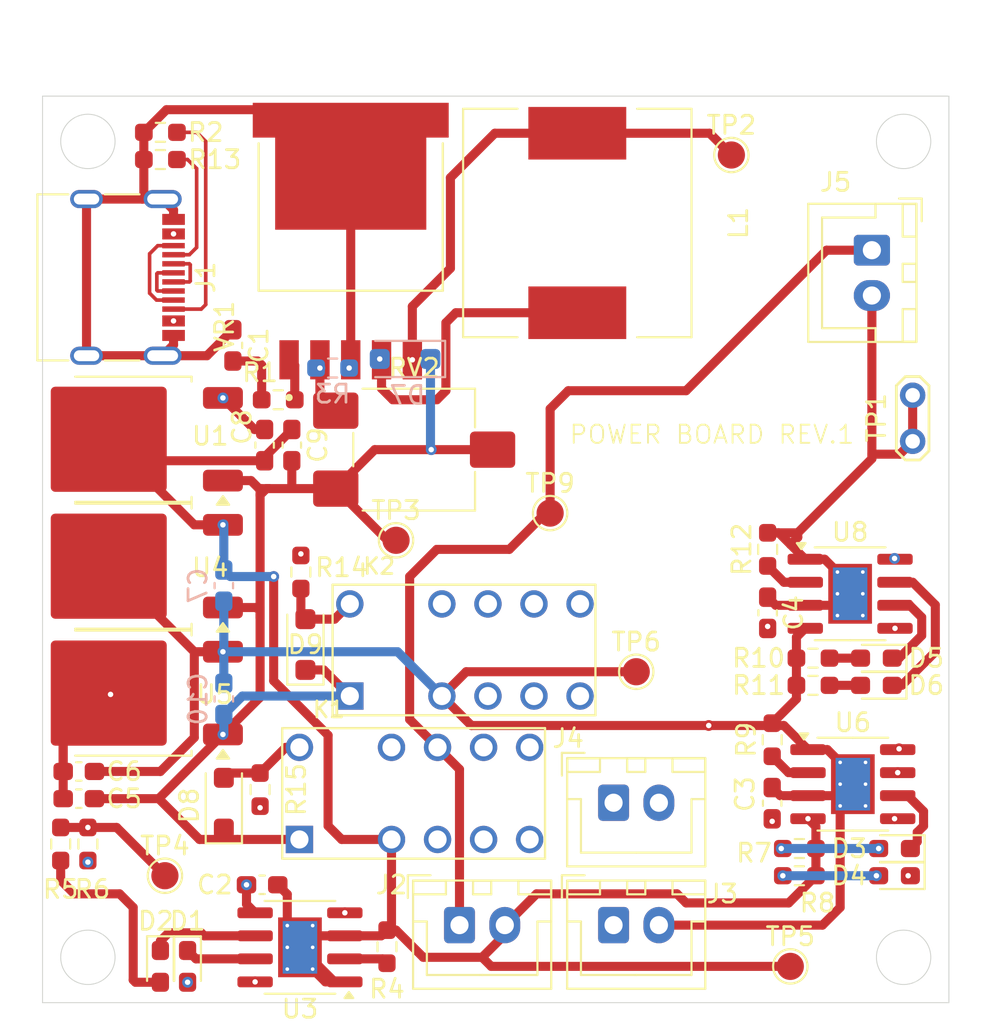
<source format=kicad_pcb>
(kicad_pcb (version 20241229) (generator "pcbnew") (generator_version "9.0")
  (layers (0 "F.Cu" signal) (4 "In1.Cu" signal) (6 "In2.Cu" signal) (2 "B.Cu" signal) (13 "F.Paste" user) (15 "B.Paste" user) (5 "F.SilkS" user "F.Silkscreen") (7 "B.SilkS" user "B.Silkscreen") (1 "F.Mask" user) (3 "B.Mask" user) (25 "Edge.Cuts" user))
  (net 0 "")
  (net 1 "Net-(J1-CC1)")
  (net 2 "Net-(J1-CC2)")
  (net 3 "GND")
  (net 4 "Net-(D2-K)")
  (net 5 "Net-(U3-PROG)")
  (net 6 "Net-(D1-K)")
  (net 7 "Net-(D3-K)")
  (net 8 "Net-(D4-K)")
  (net 9 "Net-(U6-PROG)")
  (net 10 "Net-(D6-K)")
  (net 11 "Net-(D5-K)")
  (net 12 "Net-(U8-PROG)")
  (net 13 "VCC")
  (net 15 "Net-(C1-Pad2)")
  (net 16 "Net-(D1-A)")
  (net 17 "Net-(D2-A)")
  (net 18 "Net-(D3-A)")
  (net 19 "Net-(D4-A)")
  (net 20 "Net-(D5-A)")
  (net 21 "Net-(D6-A)")
  (net 22 "Net-(D7-A)")
  (net 23 "Net-(VR1-VIN)")
  (net 24 "Net-(VR1-COMP)")
  (net 25 "Net-(VR1-FEEDBACK)")
  (net 26 "Net-(U1-OUT)")
  (net 27 "Net-(J1-D+-PadA6)")
  (net 28 "Net-(J1-D--PadA7)")
  (net 30 "VDD")
  (net 35 "Net-(D8-A)")
  (net 36 "Net-(D9-A)")
  (net 37 "Net-(J2-Pin_2)")
  (net 38 "Net-(J2-Pin_1)")
  (net 39 "Net-(J3-Pin_1)")
  (net 40 "Net-(J3-Pin_2)")
  (net 41 "Net-(J4-Pin_1)")
  (footprint "Resistor_SMD:R_0603_1608Metric_Pad0.98x0.95mm_HandSolder" (layer "F.Cu") (at 65.75 121.25 90)
    (property "Reference" "R14")
    (property "Value" "2K2")
  )
  (footprint "Resistor_SMD:R_0603_1608Metric_Pad0.98x0.95mm_HandSolder" (layer "F.Cu") (at 63.5 133.25 -90)
    (property "Reference" "R15")
    (property "Value" "2K2")
  )
  (footprint "1393788-3:TE_1393788-3_model" (layer "F.Cu") (at 65.67 136)
    (property "Reference" "K1")
    (property "Value" "1393788-3")
  )
  (footprint "Capacitor_SMD:C_0603_1608Metric_Pad1.08x0.95mm_HandSolder" (layer "F.Cu") (at 53.5 133.75)
    (property "Reference" "C5")
    (property "Value" "0,1uF")
  )
  (footprint "LED_SMD:LED_0603_1608Metric_Pad1.05x0.95mm_HandSolder" (layer "F.Cu") (at 97.5 127.5 180)
    (property "Reference" "D6")
    (property "Value" "R")
  )
  (footprint "Inductor_SMD:L_12x12mm_H4.5mm_model" (layer "F.Cu") (at 81 102 -90)
    (property "Reference" "L1")
    (property "Value" "100uH")
  )
  (footprint "Resistor_SMD:R_0603_1608Metric_Pad0.98x0.95mm_HandSolder" (layer "F.Cu") (at 94 127.5)
    (property "Reference" "R11")
    (property "Value" "1K2")
  )
  (footprint "1393788-3:TE_1393788-3_model" (layer "F.Cu") (at 68.45 128.09)
    (property "Reference" "K2")
    (property "Value" "1393788-3")
  )
  (footprint "Package_SO:SOIC-8-1EP_3.9x4.9mm_P1.27mm_EP2.41x3.3mm_ThermalVias_model" (layer "F.Cu") (at 96.2 132.95)
    (property "Reference" "U6")
    (property "Value" "TP4056-42-ESOP8")
  )
  (footprint "Diode_SMD:D_SOD-123F" (layer "F.Cu") (at 66 125.25 90)
    (property "Reference" "D9")
    (property "Value" "SL1K")
  )
  (footprint "LED_SMD:LED_0603_1608Metric_Pad1.05x0.95mm_HandSolder" (layer "F.Cu") (at 98.5 138 180)
    (property "Reference" "D4")
    (property "Value" "R")
  )
  (footprint "Connector_JST:JST_XH_B2B-XH-A_1x02_P2.50mm_Vertical" (layer "F.Cu") (at 97.25 103.5 -90)
    (property "Reference" "J5")
    (property "Value" "Conn_01x02_Socket")
  )
  (footprint "Connector_JST:JST_XH_B2B-XH-A_1x02_P2.50mm_Vertical" (layer "F.Cu") (at 83 140.725)
    (property "Reference" "J3")
    (property "Value" "Conn_01x02_Socket")
  )
  (footprint "Capacitor_SMD:C_0603_1608Metric_Pad1.08x0.95mm_HandSolder" (layer "F.Cu") (at 63.75 114.25 -90)
    (property "Reference" "C8")
    (property "Value" "0,1uF")
  )
  (footprint "Capacitor_SMD:C_0603_1608Metric_Pad1.08x0.95mm_HandSolder" (layer "F.Cu") (at 65.25 114.25 -90)
    (property "Reference" "C9")
    (property "Value" "0,1uF")
  )
  (footprint "Resistor_SMD:R_0603_1608Metric_Pad0.98x0.95mm_HandSolder" (layer "F.Cu") (at 91.5 120 90)
    (property "Reference" "R12")
    (property "Value" "1K2")
  )
  (footprint "Resistor_SMD:R_0603_1608Metric_Pad0.98x0.95mm_HandSolder" (layer "F.Cu") (at 58 98.5 180)
    (property "Reference" "R13")
    (property "Value" "5K1")
  )
  (footprint "LED_SMD:LED_0603_1608Metric_Pad1.05x0.95mm_HandSolder" (layer "F.Cu") (at 97.5 126 180)
    (property "Reference" "D5")
    (property "Value" "G")
  )
  (footprint "LED_SMD:LED_0603_1608Metric_Pad1.05x0.95mm_HandSolder" (layer "F.Cu") (at 59.5 143 -90)
    (property "Reference" "D1")
    (property "Value" "R")
  )
  (footprint "Resistor_SMD:R_0603_1608Metric_Pad0.98x0.95mm_HandSolder" (layer "F.Cu") (at 70.5 141.9125 90)
    (property "Reference" "R4")
    (property "Value" "1K2")
  )
  (footprint "Potentiometer_SMD:Potentiometer_ACP_CA6-VSMD_Vertical_model" (layer "F.Cu") (at 72 114.5)
    (property "Reference" "RV2")
    (property "Value" "50K")
  )
  (footprint "Capacitor_SMD:C_0603_1608Metric_Pad1.08x0.95mm_HandSolder" (layer "F.Cu") (at 53.5 132.25 180)
    (property "Reference" "C6")
    (property "Value" "0,1uF")
  )
  (footprint "TestPoint:TestPoint_Pad_D1.5mm" (layer "F.Cu") (at 84.25 126.75)
    (property "Reference" "TP6")
    (property "Value" "TestPoint")
  )
  (footprint "Resistor_SMD:R_0603_1608Metric_Pad0.98x0.95mm_HandSolder" (layer "F.Cu") (at 93.25 136.5 180)
    (property "Reference" "R7")
    (property "Value" "1K2")
  )
  (footprint "TestPoint:TestPoint_Pad_D1.5mm" (layer "F.Cu") (at 71 119.5)
    (property "Reference" "TP3")
    (property "Value" "TestPoint")
  )
  (footprint "Capacitor_SMD:C_0603_1608Metric_Pad1.08x0.95mm_HandSolder" (layer "F.Cu") (at 91.75 134 -90)
    (property "Reference" "C3")
    (property "Value" "10uF")
  )
  (footprint "Package_TO_SOT_SMD:TO-252-2" (layer "F.Cu") (at 56.41 113.9275 180)
    (property "Reference" "U1")
    (property "Value" "L7805")
  )
  (footprint "Connector_JST:JST_XH_B2B-XH-A_1x02_P2.50mm_Vertical" (layer "F.Cu") (at 74.5 140.725)
    (property "Reference" "J2")
    (property "Value" "Conn_01x02_Socket")
  )
  (footprint "Resistor_SMD:R_0603_1608Metric_Pad0.98x0.95mm_HandSolder" (layer "F.Cu") (at 52.5 136.25 -90)
    (property "Reference" "R5")
    (property "Value" "1K2")
  )
  (footprint "Diode_SMD:D_SOD-123F" (layer "F.Cu") (at 61.5 134 90)
    (property "Reference" "D8")
    (property "Value" "SL1K")
  )
  (footprint "TestPoint:TestPoint_Pad_D1.5mm" (layer "F.Cu") (at 58.25 138)
    (property "Reference" "TP4")
    (property "Value" "TestPoint")
  )
  (footprint "Resistor_SMD:R_0603_1608Metric_Pad0.98x0.95mm_HandSolder" (layer "F.Cu") (at 93.25 138 180)
    (property "Reference" "R8")
    (property "Value" "1K2")
  )
  (footprint "TestPoint:TestPoint_Pad_D1.5mm" (layer "F.Cu") (at 92.75 143)
    (property "Reference" "TP5")
    (property "Value" "TestPoint")
  )
  (footprint "TestPoint:TestPoint_Pad_D1.5mm" (layer "F.Cu") (at 79.5 118)
    (property "Reference" "TP9")
    (property "Value" "TestPoint")
  )
  (footprint "TestPoint:TestPoint_Pad_D1.5mm" (layer "F.Cu") (at 89.5 98.25)
    (property "Reference" "TP2")
    (property "Value" "TestPoint")
  )
  (footprint "Resistor_SMD:R_0603_1608Metric_Pad0.98x0.95mm_HandSolder" (layer "F.Cu") (at 58 97 180)
    (property "Reference" "R2")
    (property "Value" "5K1")
  )
  (footprint "LED_SMD:LED_0603_1608Metric_Pad1.05x0.95mm_HandSolder" (layer "F.Cu") (at 58 143 -90)
    (property "Reference" "D2")
    (property "Value" "G")
  )
  (footprint "Package_TO_SOT_SMD:TO-252-2" (layer "F.Cu") (at 56.41 120.9275 180)
    (property "Reference" "U4")
    (property "Value" "L7805")
  )
  (footprint "Capacitor_SMD:C_0603_1608Metric_Pad1.08x0.95mm_HandSolder" (layer "F.Cu") (at 62 108.75 -90)
    (property "Reference" "C1")
    (property "Value" "0,1uF")
  )
  (footprint "Capacitor_SMD:C_0603_1608Metric_Pad1.08x0.95mm_HandSolder" (layer "F.Cu") (at 91.5 123.5 -90)
    (property "Reference" "C4")
    (property "Value" "10uF")
  )
  (footprint "Capacitor_SMD:C_0603_1608Metric_Pad1.08x0.95mm_HandSolder" (layer "F.Cu") (at 63.6125 138.5 180)
    (property "Reference" "C2")
    (property "Value" "10uF")
  )
  (footprint "Resistor_SMD:R_0603_1608Metric_Pad0.98x0.95mm_HandSolder" (layer "F.Cu") (at 54 136.25 -90)
    (property "Reference" "R6")
    (property "Value" "1K2")
  )
  (footprint "Resistor_SMD:R_0603_1608Metric_Pad0.98x0.95mm_HandSolder" (layer "F.Cu") (at 91.75 130.5 90)
    (property "Reference" "R9")
    (property "Value" "1K2")
  )
  (footprint "TestPoint:TestPoint_2Pads_Pitch2.54mm_Drill0.8mm" (layer "F.Cu") (at 99.5 114.04 90)
    (property "Reference" "TP1")
    (property "Value" "TestPoint_2Pole")
  )
  (footprint "Package_SO:SOIC-8-1EP_3.9x4.9mm_P1.27mm_EP2.41x3.3mm_ThermalVias_model" (layer "F.Cu") (at 65.7 141.95 180)
    (property "Reference" "U3")
    (property "Value" "TP4056-42-ESOP8")
  )
  (footprint "Resistor_SMD:R_0603_1608Metric_Pad0.98x0.95mm_HandSolder" (layer "F.Cu") (at 64.5 111.75 180)
    (property "Reference" "R1")
    (property "Value" "2K")
  )
  (footprint "LM2577S-ADJ_NOPB (1):VREG_LM2577S-ADJ_NOPB_model" (layer "F.Cu") (at 68.5 103 90)
    (property "Reference" "VR1")
    (property "Value" "LM2577S-ADJ_NOPB")
  )
  (footprint "Connector_JST:JST_XH_B2B-XH-A_1x02_P2.50mm_Vertical" (layer "F.Cu") (at 83 133.975)
    (property "Reference" "J4")
    (property "Value" "Conn_01x02_Socket")
  )
  (footprint "Package_SO:SOIC-8-1EP_3.9x4.9mm_P1.27mm_EP2.41x3.3mm_ThermalVias_model" (layer "F.Cu") (at 96.05 122.45)
    (property "Reference" "U8")
    (property "Value" "TP4056-42-ESOP8")
  )
  (footprint "Resistor_SMD:R_0603_1608Metric_Pad0.98x0.95mm_HandSolder" (layer "F.Cu") (at 94 126)
    (property "Reference" "R10")
    (property "Value" "1K2")
  )
  (footprint "Package_TO_SOT_SMD:TO-252-2" (layer "F.Cu") (at 56.41 127.9275 180)
    (property "Reference" "U5")
    (property "Value" "L7805")
  )
  (footprint "LED_SMD:LED_0603_1608Metric_Pad1.05x0.95mm_HandSolder" (layer "F.Cu") (at 98.5 136.5 180)
    (property "Reference" "D3")
    (property "Value" "G")
  )
  (footprint "Connector_USB:USB_C_Receptacle_G-Switch_GT-USB-7010ASV_model" (layer "F.Cu") (at 55 105 -90)
    (property "Reference" "J1")
    (property "Value" "USB_C_Receptacle_USB2.0_14P")
  )
  (footprint "Capacitor_SMD:C_0603_1608Metric_Pad1.08x0.95mm_HandSolder" (layer "B.Cu") (at 61.5 122 -90)
    (property "Reference" "C7")
    (property "Value" "0,1uF")
  )
  (footprint "Diode_SMD:D_SOD-123F" (layer "B.Cu") (at 71.5 109.5 180)
    (property "Reference" "D7")
    (property "Value" "1N4148W")
  )
  (footprint "Resistor_SMD:R_0603_1608Metric_Pad0.98x0.95mm_HandSolder" (layer "B.Cu") (at 67.5 110)
    (property "Reference" "R3")
    (property "Value" "820R")
  )
  (footprint "Capacitor_SMD:C_0603_1608Metric_Pad1.08x0.95mm_HandSolder" (layer "B.Cu") (at 61.5 128.25 -90)
    (property "Reference" "C10")
    (property "Value" "0,1uF")
  )
  (gr_circle (center 99 97.5) (end 100.5 97.5) (stroke (width 0.05)) (fill no) (layer "Edge.Cuts"))
  (gr_circle (center 54 97.5) (end 52.5 97.5) (stroke (width 0.05)) (fill no) (layer "Edge.Cuts"))
  (gr_line (start 101.5 95) (end 101.5 145) (stroke (width 0.05)) (layer "Edge.Cuts"))
  (gr_line (start 51.5 145) (end 51.5 95) (stroke (width 0.05)) (layer "Edge.Cuts"))
  (gr_line (start 101.5 145) (end 51.5 145) (stroke (width 0.05)) (layer "Edge.Cuts"))
  (gr_circle (center 99 142.5) (end 100.5 142.5) (stroke (width 0.05)) (fill no) (layer "Edge.Cuts"))
  (gr_circle (center 54 142.5) (end 55.5 142.5) (stroke (width 0.05)) (fill no) (layer "Edge.Cuts"))
  (gr_line (start 51.5 95) (end 101.5 95) (stroke (width 0.05)) (layer "Edge.Cuts"))
  (gr_text "POWER BOARD REV.1" (at 80.5 114.25 0) (layer "F.SilkS") (effects (font (size 1 1) (thickness 0.1)) (justify left bottom)))
  (segment (start 57.403 105.8671) (end 57.7859 106.25) (width 0.2) (layer "F.Cu") (net 0))
  (segment (start 58.725 103.25) (end 57.853 103.25) (width 0.2) (layer "F.Cu") (net 0))
  (segment (start 57.403 103.7) (end 57.403 105.8671) (width 0.2) (layer "F.Cu") (net 0))
  (segment (start 57.853 103.25) (end 57.403 103.7) (width 0.2) (layer "F.Cu") (net 0))
  (segment (start 57.7859 106.25) (end 58.725 106.25) (width 0.2) (layer "F.Cu") (net 0))
  (segment (start 59.597 103.75) (end 58.725 103.75) (width 0.2) (layer "F.Cu") (net 1))
  (segment (start 60 103.347) (end 59.597 103.75) (width 0.2) (layer "F.Cu") (net 1))
  (segment (start 58.9125 98.5) (end 59.5 98.5) (width 0.2) (layer "F.Cu") (net 1))
  (segment (start 60 99) (end 60 103.347) (width 0.2) (layer "F.Cu") (net 1))
  (segment (start 59.5 98.5) (end 60 99) (width 0.2) (layer "F.Cu") (net 1))
  (segment (start 60.5 97.5) (end 60 97) (width 0.2) (layer "F.Cu") (net 2))
  (segment (start 60.5 106.5) (end 60.5 97.5) (width 0.2) (layer "F.Cu") (net 2))
  (segment (start 58.725 106.75) (end 60.25 106.75) (width 0.2) (layer "F.Cu") (net 2))
  (segment (start 60 97) (end 58.9125 97) (width 0.2) (layer "F.Cu") (net 2))
  (segment (start 60.25 106.75) (end 60.5 106.5) (width 0.2) (layer "F.Cu") (net 2))
  (segment (start 64.751 95.751) (end 67.6 98.6) (width 0.5) (layer "F.Cu") (net 3))
  (segment (start 99.5 111.5) (end 99.5 114.04) (width 0.5) (layer "F.Cu") (net 3))
  (segment (start 58.125 109.32) (end 53.925 109.32) (width 0.5) (layer "F.Cu") (net 3))
  (segment (start 57.0875 98.5) (end 57.0875 100.5925) (width 0.5) (layer "F.Cu") (net 3))
  (segment (start 58.125 109.32) (end 60.5675 109.32) (width 0.5) (layer "F.Cu") (net 3))
  (segment (start 92.765 119.735) (end 93.1625 119.3375) (width 0.5) (layer "F.Cu") (net 3))
  (segment (start 93.575 120.545) (end 94.645 120.545) (width 0.5) (layer "F.Cu") (net 3))
  (segment (start 55.1775 127.9275) (end 55.25 128) (width 0.5) (layer "F.Cu") (net 3))
  (segment (start 52.6375 133.75) (end 52.6375 130.44) (width 0.5) (layer "F.Cu") (net 3))
  (segment (start 92.765 119.735) (end 93.575 120.545) (width 0.5) (layer "F.Cu") (net 3))
  (segment (start 58.725 101.28) (end 58.125 100.68) (width 0.5) (layer "F.Cu") (net 3))
  (segment (start 98.79 114.75) (end 99.5 114.04) (width 0.5) (layer "F.Cu") (net 3))
  (segment (start 57 100.68) (end 53.925 100.68) (width 0.5) (layer "F.Cu") (net 3))
  (segment (start 58.725 108.72) (end 58.125 109.32) (width 0.5) (layer "F.Cu") (net 3))
  (segment (start 92.1175 119.0875) (end 92.765 119.735) (width 0.5) (layer "F.Cu") (net 3))
  (segment (start 97.25 106) (end 97.25 114.75) (width 0.5) (layer "F.Cu") (net 3))
  (segment (start 94.645 120.545) (end 95.35 121.25) (width 0.5) (layer "F.Cu") (net 3))
  (segment (start 58.125 100.68) (end 57 100.68) (width 0.5) (layer "F.Cu") (net 3))
  (segment (start 97.25 114.75) (end 98.79 114.75) (width 0.5) (layer "F.Cu") (net 3))
  (segment (start 57.0875 97) (end 58.3365 95.751) (width 0.5) (layer "F.Cu") (net 3))
  (segment (start 97.25 114.75) (end 97.25 115) (width 0.5) (layer "F.Cu") (net 3))
  (segment (start 68.4125 110) (end 68.4125 109.6325) (width 0.5) (layer "F.Cu") (net 3))
  (segment (start 93.1625 119.3375) (end 93.1625 119.0875) (width 0.5) (layer "F.Cu") (net 3))
  (segment (start 58.725 101.8) (end 58.725 101.28) (width 0.5) (layer "F.Cu") (net 3))
  (segment (start 57.0875 98.5) (end 57.0875 97) (width 0.5) (layer "F.Cu") (net 3))
  (segment (start 93.575 123.085) (end 95.415 123.085) (width 0.5) (layer "F.Cu") (net 3))
  (segment (start 53.925 109.32) (end 53.925 100.68) (width 0.5) (layer "F.Cu") (net 3))
  (segment (start 97.25 115) (end 93.1625 119.0875) (width 0.5) (layer "F.Cu") (net 3))
  (segment (start 63.5 134.1625) (end 63.5 134.25) (width 0.5) (layer "F.Cu") (net 3))
  (segment (start 95.415 123.085) (end 96.05 122.45) (width 0.5) (layer "F.Cu") (net 3))
  (segment (start 65.75 120.3375) (end 65.75 120.25) (width 0.5) (layer "F.Cu") (net 3))
  (segment (start 52.6375 130.44) (end 55.15 127.9275) (width 0.5) (layer "F.Cu") (net 3))
  (segment (start 93.575 123.085) (end 91.9475 123.085) (width 0.5) (layer "F.Cu") (net 3))
  (segment (start 68.5 109.545) (end 68.5 99.5) (width 0.5) (layer "F.Cu") (net 3))
  (segment (start 68.4125 109.6325) (end 68.5 109.545) (width 0.5) (layer "F.Cu") (net 3))
  (segment (start 68.5 99.5) (end 67.6 98.6) (width 0.5) (layer "F.Cu") (net 3))
  (segment (start 57.0875 100.5925) (end 57 100.68) (width 0.5) (layer "F.Cu") (net 3))
  (segment (start 52.6375 132.25) (end 52.6375 130.44) (width 0.5) (layer "F.Cu") (net 3))
  (segment (start 58.725 108.2) (end 58.725 108.72) (width 0.5) (layer "F.Cu") (net 3))
  (segment (start 58.3365 95.751) (end 64.751 95.751) (width 0.5) (layer "F.Cu") (net 3))
  (segment (start 55.15 127.9275) (end 55.1775 127.9275) (width 0.5) (layer "F.Cu") (net 3))
  (segment (start 60.5675 109.32) (end 62 107.8875) (width 0.5) (layer "F.Cu") (net 3))
  (segment (start 91.5 119.0875) (end 92.1175 119.0875) (width 0.5) (layer "F.Cu") (net 3))
  (segment (start 91.9475 123.085) (end 91.5 122.6375) (width 0.5) (layer "F.Cu") (net 3))
  (segment (start 93.1625 119.0875) (end 91.5 119.0875) (width 0.5) (layer "F.Cu") (net 3))
  (via blind (at 55.25 128) (size 0.6) (drill 0.3) (layers "F.Cu" "In2.Cu") (net 3))
  (via blind (at 65.75 120.25) (size 0.6) (drill 0.3) (layers "F.Cu" "In2.Cu") (net 3))
  (via (at 68.4125 110) (size 0.6) (drill 0.3) (layers "F.Cu" "B.Cu") (net 3))
  (via blind (at 63.5 134.25) (size 0.6) (drill 0.3) (layers "F.Cu" "In2.Cu") (net 3))
  (segment (start 58 142.125) (end 58 141.6) (width 0.5) (layer "F.Cu") (net 4))
  (segment (start 60.25 141.149) (end 60.416 141.315) (width 0.5) (layer "F.Cu") (net 4))
  (segment (start 60.416 141.315) (end 63.225 141.315) (width 0.5) (layer "F.Cu") (net 4))
  (segment (start 58.451 141.149) (end 60.25 141.149) (width 0.5) (layer "F.Cu") (net 4))
  (segment (start 58 141.6) (end 58.451 141.149) (width 0.5) (layer "F.Cu") (net 4))
  (segment (start 70.26 142.585) (end 70.5 142.825) (width 0.5) (layer "F.Cu") (net 5))
  (segment (start 68.175 142.585) (end 70.26 142.585) (width 0.5) (layer "F.Cu") (net 5))
  (segment (start 63.225 142.585) (end 59.96 142.585) (width 0.5) (layer "F.Cu") (net 6))
  (segment (start 59.96 142.585) (end 59.5 142.125) (width 0.5) (layer "F.Cu") (net 6))
  (segment (start 99.75 135.606) (end 99.7531 135.606) (width 0.5) (layer "F.Cu") (net 7))
  (segment (start 100.101 134.4519) (end 99.2341 133.585) (width 0.5) (layer "F.Cu") (net 7))
  (segment (start 99.75 136.125) (end 99.75 135.606) (width 0.5) (layer "F.Cu") (net 7))
  (segment (start 99.7531 135.606) (end 100.101 135.2581) (width 0.5) (layer "F.Cu") (net 7))
  (segment (start 99.375 136.5) (end 99.75 136.125) (width 0.5) (layer "F.Cu") (net 7))
  (segment (start 100.101 135.2581) (end 100.101 134.4519) (width 0.5) (layer "F.Cu") (net 7))
  (segment (start 99.2341 133.585) (end 98.675 133.585) (width 0.5) (layer "F.Cu") (net 7))
  (segment (start 99.375 138) (end 99.25 138) (width 0.5) (layer "F.Cu") (net 8))
  (via blind (at 99.25 138) (size 0.6) (drill 0.3) (layers "F.Cu" "In1.Cu") (net 8))
  (via blind (at 98.675 132.315) (size 0.6) (drill 0.3) (layers "F.Cu" "In1.Cu") (net 8))
  (segment (start 92.6525 132.315) (end 93.725 132.315) (width 0.5) (layer "F.Cu") (net 9))
  (segment (start 91.75 131.4125) (end 92.6525 132.315) (width 0.5) (layer "F.Cu") (net 9))
  (segment (start 100.75 123.065001) (end 99.499999 121.815) (width 0.5) (layer "F.Cu") (net 10))
  (segment (start 100.75 125.65) (end 100.75 123.065001) (width 0.5) (layer "F.Cu") (net 10))
  (segment (start 99.499999 121.815) (end 98.525 121.815) (width 0.5) (layer "F.Cu") (net 10))
  (segment (start 98.375 127.5) (end 98.9 127.5) (width 0.5) (layer "F.Cu") (net 10))
  (segment (start 98.9 127.5) (end 100.75 125.65) (width 0.5) (layer "F.Cu") (net 10))
  (segment (start 99.335 123.085) (end 100 123.75) (width 0.5) (layer "F.Cu") (net 11))
  (segment (start 98.525 123.085) (end 99.335 123.085) (width 0.5) (layer "F.Cu") (net 11))
  (segment (start 98.75 126) (end 98.375 126) (width 0.5) (layer "F.Cu") (net 11))
  (segment (start 100 123.75) (end 100 124.75) (width 0.5) (layer "F.Cu") (net 11))
  (segment (start 100 124.75) (end 98.75 126) (width 0.5) (layer "F.Cu") (net 11))
  (segment (start 92.4025 121.815) (end 91.5 120.9125) (width 0.5) (layer "F.Cu") (net 12))
  (segment (start 93.575 121.815) (end 92.4025 121.815) (width 0.5) (layer "F.Cu") (net 12))
  (segment (start 61.5 136) (end 61.625 135.875) (width 0.5) (layer "F.Cu") (net 13))
  (segment (start 63.5 123.25) (end 63.335 123.25) (width 0.5) (layer "F.Cu") (net 13))
  (segment (start 70.525 119.5) (end 67.675 116.65) (width 0.5) (layer "F.Cu") (net 13))
  (segment (start 61 136) (end 60.1575 136) (width 0.5) (layer "F.Cu") (net 13))
  (segment (start 61.5 135.4) (end 61.5 135.75) (width 0.5) (layer "F.Cu") (net 13))
  (segment (start 63.2925 123.2075) (end 61.45 123.2075) (width 0.5) (layer "F.Cu") (net 13))
  (segment (start 63.5575 116.65) (end 64 116.65) (width 0.5) (layer "F.Cu") (net 13))
  (segment (start 64 116.65) (end 65.25 116.65) (width 0.5) (layer "F.Cu") (net 13))
  (segment (start 67.01 126.65) (end 68.45 128.09) (width 0.5) (layer "F.Cu") (net 13))
  (segment (start 61.5 135.75) (end 61.75 136) (width 0.5) (layer "F.Cu") (net 13))
  (segment (start 62.25 136) (end 61.75 136) (width 0.5) (layer "F.Cu") (net 13))
  (segment (start 64 116.65) (end 63.85 116.65) (width 0.5) (layer "F.Cu") (net 13))
  (segment (start 76.325 114.5) (end 72.940915 114.5) (width 0.5) (layer "F.Cu") (net 13))
  (segment (start 54.3625 133.75) (end 57.9075 133.75) (width 0.5) (layer "F.Cu") (net 13))
  (segment (start 66 126.65) (end 67.01 126.65) (width 0.5) (layer "F.Cu") (net 13))
  (segment (start 63.5 123.75) (end 63.5 123.25) (width 0.5) (layer "F.Cu") (net 13))
  (segment (start 63.45375 128.20375) (end 63.5 128.1575) (width 0.5) (layer "F.Cu") (net 13))
  (segment (start 63.5 117) (end 63.5 116.7075) (width 0.5) (layer "F.Cu") (net 13))
  (segment (start 61.75 136) (end 61 136) (width 0.5) (layer "F.Cu") (net 13))
  (segment (start 63 116.2075) (end 61.45 116.2075) (width 0.5) (layer "F.Cu") (net 13))
  (segment (start 72.940915 114.5) (end 69.825 114.5) (width 0.5) (layer "F.Cu") (net 13))
  (segment (start 63.5 123.75) (end 63.5 117) (width 0.5) (layer "F.Cu") (net 13))
  (segment (start 61.5 135.4) (end 61.625 135.525) (width 0.5) (layer "F.Cu") (net 13))
  (segment (start 71 119.5) (end 70.525 119.5) (width 0.5) (layer "F.Cu") (net 13))
  (segment (start 65.25 115.1125) (end 65.25 116.65) (width 0.5) (layer "F.Cu") (net 13))
  (segment (start 61.45 130.2075) (end 63.45375 128.20375) (width 0.5) (layer "F.Cu") (net 13))
  (segment (start 60.1575 136) (end 57.9075 133.75) (width 0.5) (layer "F.Cu") (net 13))
  (segment (start 69.825 114.5) (end 67.675 116.65) (width 0.5) (layer "F.Cu") (net 13))
  (segment (start 61.625 135.525) (end 61.625 135.875) (width 0.5) (layer "F.Cu") (net 13))
  (segment (start 63.5 116.7075) (end 63 116.2075) (width 0.5) (layer "F.Cu") (net 13))
  (segment (start 63.5 128.1575) (end 63.5 123.75) (width 0.5) (layer "F.Cu") (net 13))
  (segment (start 63.335 123.25) (end 63.2925 123.2075) (width 0.5) (layer "F.Cu") (net 13))
  (segment (start 61 136) (end 61.5 136) (width 0.5) (layer "F.Cu") (net 13))
  (segment (start 63.85 116.65) (end 63.5 117) (width 0.5) (layer "F.Cu") (net 13))
  (segment (start 63.5 116.7075) (end 63.5575 116.65) (width 0.5) (layer "F.Cu") (net 13))
  (segment (start 65.67 136) (end 62.25 136) (width 0.5) (layer "F.Cu") (net 13))
  (segment (start 65.25 116.65) (end 67.675 116.65) (width 0.5) (layer "F.Cu") (net 13))
  (segment (start 57.9075 133.75) (end 61.45 130.2075) (width 0.5) (layer "F.Cu") (net 13))
  (via blind (at 72.940915 114.5) (size 0.6) (drill 0.3) (layers "F.Cu" "B.Cu") (net 13))
  (via (at 61.45 130.2075) (size 0.6) (drill 0.3) (layers "F.Cu" "B.Cu") (net 13))
  (segment (start 68.45 128.09) (end 62.5225 128.09) (width 0.5) (layer "B.Cu") (net 13))
  (segment (start 61.5 129.1125) (end 61.5 130.1575) (width 0.5) (layer "B.Cu") (net 13))
  (segment (start 62.5225 128.09) (end 61.5 129.1125) (width 0.5) (layer "B.Cu") (net 13))
  (segment (start 72.9 114.459085) (end 72.940915 114.5) (width 0.5) (layer "B.Cu") (net 13))
  (segment (start 61.5 130.1575) (end 61.45 130.2075) (width 0.5) (layer "B.Cu") (net 13))
  (segment (start 72.9 109.5) (end 72.9 114.459085) (width 0.5) (layer "B.Cu") (net 13))
  (segment (start 63.5875 111.75) (end 63.5875 109.8375) (width 0.5) (layer "F.Cu") (net 15))
  (segment (start 63.5875 109.8375) (end 63.3625 109.6125) (width 0.5) (layer "F.Cu") (net 15))
  (segment (start 63.3625 109.6125) (end 62 109.6125) (width 0.5) (layer "F.Cu") (net 15))
  (segment (start 54 137.1625) (end 54 137.25) (width 0.5) (layer "F.Cu") (net 16))
  (via (at 54 137.25) (size 0.6) (drill 0.3) (layers "F.Cu" "B.Cu") (net 16))
  (via (at 59.5 143.875) (size 0.6) (drill 0.3) (layers "F.Cu" "B.Cu") (net 16))
  (segment (start 55.75 139) (end 56.5 139.75) (width 0.5) (layer "F.Cu") (net 17))
  (segment (start 52.5 138.25) (end 53.25 139) (width 0.5) (layer "F.Cu") (net 17))
  (segment (start 56.5 139.75) (end 56.5 143.75) (width 0.5) (layer "F.Cu") (net 17))
  (segment (start 56.5 143.75) (end 56.625 143.875) (width 0.5) (layer "F.Cu") (net 17))
  (segment (start 53.25 139) (end 55.75 139) (width 0.5) (layer "F.Cu") (net 17))
  (segment (start 52.5 137.1625) (end 52.5 138.25) (width 0.5) (layer "F.Cu") (net 17))
  (segment (start 56.625 143.875) (end 58 143.875) (width 0.5) (layer "F.Cu") (net 17))
  (segment (start 92.3375 136.5) (end 92.25 136.5) (width 0.5) (layer "F.Cu") (net 18))
  (via blind (at 97.625 136.5) (size 0.6) (drill 0.3) (layers "F.Cu" "B.Cu") (net 18))
  (via blind (at 92.25 136.5) (size 0.6) (drill 0.3) (layers "F.Cu" "B.Cu") (net 18))
  (segment (start 92.25 136.5) (end 97.625 136.5) (width 0.5) (layer "B.Cu") (net 18))
  (segment (start 97.625 138) (end 97.5 138) (width 0.5) (layer "F.Cu") (net 19))
  (via blind (at 97.5 138) (size 0.6) (drill 0.3) (layers "F.Cu" "B.Cu") (net 19))
  (via blind (at 92.3375 138) (size 0.6) (drill 0.3) (layers "F.Cu" "B.Cu") (net 19))
  (segment (start 97.5 138) (end 92.3375 138) (width 0.5) (layer "B.Cu") (net 19))
  (segment (start 96.625 126) (end 94.9125 126) (width 0.5) (layer "F.Cu") (net 20))
  (segment (start 96.625 127.5) (end 94.9125 127.5) (width 0.5) (layer "F.Cu") (net 21))
  (segment (start 70.825 111.75) (end 70.2 111.125) (width 0.5) (layer "F.Cu") (net 22))
  (segment (start 73.75 107.5) (end 73.75 111.25) (width 0.5) (layer "F.Cu") (net 22))
  (segment (start 74.3 106.95) (end 73.75 107.5) (width 0.5) (layer "F.Cu") (net 22))
  (segment (start 73.25 111.75) (end 70.825 111.75) (width 0.5) (layer "F.Cu") (net 22))
  (segment (start 70.2 111.125) (end 70.2 109.545) (width 0.5) (layer "F.Cu") (net 22))
  (segment (start 73.75 111.25) (end 73.25 111.75) (width 0.5) (layer "F.Cu") (net 22))
  (segment (start 81 106.95) (end 74.3 106.95) (width 0.5) (layer "F.Cu") (net 22))
  (via (at 70.1 109.5) (size 0.6) (drill 0.3) (layers "F.Cu" "B.Cu") (net 22))
  (segment (start 81 97.05) (end 88.3 97.05) (width 0.5) (layer "F.Cu") (net 23))
  (segment (start 76.45 97.05) (end 74 99.5) (width 0.5) (layer "F.Cu") (net 23))
  (segment (start 71.9 106.6) (end 71.9 109.545) (width 0.5) (layer "F.Cu") (net 23))
  (segment (start 74 99.5) (end 74 104.5) (width 0.5) (layer "F.Cu") (net 23))
  (segment (start 81 97.05) (end 76.45 97.05) (width 0.5) (layer "F.Cu") (net 23))
  (segment (start 88.3 97.05) (end 89.5 98.25) (width 0.5) (layer "F.Cu") (net 23))
  (segment (start 74 104.5) (end 71.9 106.6) (width 0.5) (layer "F.Cu") (net 23))
  (via blind (at 71.9 109.545) (size 0.6) (drill 0.3) (layers "F.Cu" "In1.Cu") (net 23))
  (via blind (at 58.725 107.4) (size 0.6) (drill 0.3) (layers "F.Cu" "In1.Cu") (net 23))
  (via blind (at 58.725 102.6) (size 0.6) (drill 0.3) (layers "F.Cu" "In1.Cu") (net 23))
  (segment (start 65.4125 109.8575) (end 65.1 109.545) (width 0.5) (layer "F.Cu") (net 24))
  (segment (start 65.4125 111.75) (end 65.4125 109.8575) (width 0.5) (layer "F.Cu") (net 24))
  (segment (start 66.8 111.475) (end 66.8 110) (width 0.5) (layer "F.Cu") (net 25))
  (segment (start 66.8 110) (end 66.8 109.545) (width 0.5) (layer "F.Cu") (net 25))
  (segment (start 67.675 112.35) (end 66.8 111.475) (width 0.5) (layer "F.Cu") (net 25))
  (via (at 66.8 110) (size 0.6) (drill 0.3) (layers "F.Cu" "B.Cu") (net 25))
  (segment (start 66.5875 110) (end 66.8 110) (width 0.5) (layer "B.Cu") (net 25))
  (segment (start 54 135.3375) (end 52.5 135.3375) (width 0.5) (layer "F.Cu") (net 26))
  (segment (start 63.19 113.3875) (end 61.45 111.6475) (width 0.5) (layer "F.Cu") (net 26))
  (segment (start 63.75 113.3875) (end 63.19 113.3875) (width 0.5) (layer "F.Cu") (net 26))
  (segment (start 55.5875 135.3375) (end 54 135.3375) (width 0.5) (layer "F.Cu") (net 26))
  (segment (start 58.25 138) (end 55.5875 135.3375) (width 0.5) (layer "F.Cu") (net 26))
  (via blind (at 63.225 143.855) (size 0.6) (drill 0.3) (layers "F.Cu" "In1.Cu") (net 26))
  (via (at 61.45 111.6475) (size 0.6) (drill 0.3) (layers "F.Cu" "B.Cu") (net 26))
  (via blind (at 54 135.3375) (size 0.6) (drill 0.3) (layers "F.Cu" "In1.Cu") (net 26))
  (via blind (at 68.175 140.045) (size 0.6) (drill 0.3) (layers "F.Cu" "In1.Cu") (net 26))
  (segment (start 61.5 111.6975) (end 61.45 111.6475) (width 0.5) (layer "B.Cu") (net 26))
  (segment (start 58.725 104.75) (end 57.853 104.75) (width 0.2) (layer "F.Cu") (net 27))
  (segment (start 57.853 105.75) (end 58.725 105.75) (width 0.2) (layer "F.Cu") (net 27))
  (segment (start 57.804 105.701) (end 57.853 105.75) (width 0.2) (layer "F.Cu") (net 27))
  (segment (start 57.804 104.799) (end 57.804 105.701) (width 0.2) (layer "F.Cu") (net 27))
  (segment (start 57.853 104.75) (end 57.804 104.799) (width 0.2) (layer "F.Cu") (net 27))
  (segment (start 59.646 104.299) (end 59.646 105.201) (width 0.2) (layer "F.Cu") (net 28))
  (segment (start 59.597 104.25) (end 59.646 104.299) (width 0.2) (layer "F.Cu") (net 28))
  (segment (start 59.597 105.25) (end 58.725 105.25) (width 0.2) (layer "F.Cu") (net 28))
  (segment (start 58.725 104.25) (end 59.597 104.25) (width 0.2) (layer "F.Cu") (net 28))
  (segment (start 59.646 105.201) (end 59.597 105.25) (width 0.2) (layer "F.Cu") (net 28))
  (segment (start 64.9175 130.92) (end 63.5 132.3375) (width 0.5) (layer "F.Cu") (net 35))
  (segment (start 61.7625 132.3375) (end 61.5 132.6) (width 0.5) (layer "F.Cu") (net 35))
  (segment (start 63.5 132.3375) (end 61.7625 132.3375) (width 0.5) (layer "F.Cu") (net 35))
  (segment (start 65.67 130.92) (end 64.9175 130.92) (width 0.5) (layer "F.Cu") (net 35))
  (segment (start 67.61 123.85) (end 68.45 123.01) (width 0.5) (layer "F.Cu") (net 36))
  (segment (start 65.75 122.1625) (end 65.75 123.6) (width 0.5) (layer "F.Cu") (net 36))
  (segment (start 66 123.85) (end 67.61 123.85) (width 0.5) (layer "F.Cu") (net 36))
  (segment (start 65.75 123.6) (end 66 123.85) (width 0.5) (layer "F.Cu") (net 36))
  (segment (start 65 139.025) (end 65 140.75) (width 0.5) (layer "F.Cu") (net 37))
  (segment (start 94.1625 136.5) (end 94.1625 138) (width 0.5) (layer "F.Cu") (net 37))
  (segment (start 98.675 131.045) (end 98.705 131.045) (width 0.5) (layer "F.Cu") (net 37))
  (segment (start 94.1625 136.5) (end 94.1625 135.2925) (width 0.5) (layer "F.Cu") (net 37))
  (segment (start 77.025 140.725) (end 78.75 139) (width 0.5) (layer "F.Cu") (net 37))
  (segment (start 66.335 141.315) (end 65.7 141.95) (width 0.5) (layer "F.Cu") (net 37))
  (segment (start 68.175 143.855) (end 67.105 143.855) (width 0.5) (layer "F.Cu") (net 37))
  (segment (start 59.87 118.6475) (end 55.15 113.9275) (width 0.5) (layer "F.Cu") (net 37))
  (segment (start 68.175 143.855) (end 67.605 143.855) (width 0.5) (layer "F.Cu") (net 37))
  (segment (start 68.175 141.315) (end 70.185 141.315) (width 0.5) (layer "F.Cu") (net 37))
  (segment (start 76.25 143) (end 75.75 142.5) (width 0.5) (layer "F.Cu") (net 37))
  (segment (start 67.605 143.855) (end 65.7 141.95) (width 0.5) (layer "F.Cu") (net 37))
  (segment (start 70.75 136) (end 70.75 140.75) (width 0.5) (layer "F.Cu") (net 37))
  (segment (start 72.5 142.5) (end 75.75 142.5) (width 0.5) (layer "F.Cu") (net 37))
  (segment (start 67.25 135.25) (end 68 136) (width 0.5) (layer "F.Cu") (net 37))
  (segment (start 68.175 141.315) (end 66.335 141.315) (width 0.5) (layer "F.Cu") (net 37))
  (segment (start 64.25 127.25) (end 67.25 130.25) (width 0.5) (layer "F.Cu") (net 37))
  (segment (start 63.75 115.1125) (end 56.335 115.1125) (width 0.5) (layer "F.Cu") (net 37))
  (segment (start 87 139.5) (end 92.6625 139.5) (width 0.5) (layer "F.Cu") (net 37))
  (segment (start 92.6625 139.5) (end 94.1625 138) (width 0.5) (layer "F.Cu") (net 37))
  (segment (start 64.25 121.5) (end 64.25 127.25) (width 0.5) (layer "F.Cu") (net 37))
  (segment (start 61.45 118.6475) (end 59.87 118.6475) (width 0.5) (layer "F.Cu") (net 37))
  (segment (start 56.335 115.1125) (end 55.15 113.9275) (width 0.5) (layer "F.Cu") (net 37))
  (segment (start 98.705 131.045) (end 98.75 131) (width 0.5) (layer "F.Cu") (net 37))
  (segment (start 77 141.25) (end 77 140.725) (width 0.5) (layer "F.Cu") (net 37))
  (segment (start 71 141) (end 72.5 142.5) (width 0.5) (layer "F.Cu") (net 37))
  (segment (start 63.75 115.1125) (end 63.75 114.905266) (width 0.5) (layer "F.Cu") (net 37))
  (segment (start 67.105 143.855) (end 66.4 143.15) (width 0.5) (layer "F.Cu") (net 37))
  (segment (start 68 136) (end 70.75 136) (width 0.5) (layer "F.Cu") (net 37))
  (segment (start 70.5 141) (end 71 141) (width 0.5) (layer "F.Cu") (net 37))
  (segment (start 94.1625 135.2925) (end 93.725 134.855) (width 0.5) (layer "F.Cu") (net 37))
  (segment (start 75.75 142.5) (end 77 141.25) (width 0.5) (layer "F.Cu") (net 37))
  (segment (start 70.75 140.75) (end 70.5 141) (width 0.5) (layer "F.Cu") (net 37))
  (segment (start 65.25 113.405266) (end 65.25 113.3875) (width 0.5) (layer "F.Cu") (net 37))
  (segment (start 70.185 141.315) (end 70.5 141) (width 0.5) (layer "F.Cu") (net 37))
  (segment (start 78.75 139) (end 86.5 139) (width 0.5) (layer "F.Cu") (net 37))
  (segment (start 77 140.725) (end 77.025 140.725) (width 0.5) (layer "F.Cu") (net 37))
  (segment (start 92.75 143) (end 76.25 143) (width 0.5) (layer "F.Cu") (net 37))
  (segment (start 64.475 138.5) (end 65 139.025) (width 0.5) (layer "F.Cu") (net 37))
  (segment (start 63.75 114.905266) (end 65.25 113.405266) (width 0.5) (layer "F.Cu") (net 37))
  (segment (start 67.25 130.25) (end 67.25 135.25) (width 0.5) (layer "F.Cu") (net 37))
  (segment (start 86.5 139) (end 87 139.5) (width 0.5) (layer "F.Cu") (net 37))
  (via blind (at 98.75 131) (size 0.6) (drill 0.3) (layers "F.Cu" "In1.Cu") (net 37))
  (via (at 64.25 121.5) (size 0.6) (drill 0.3) (layers "F.Cu" "B.Cu") (net 37))
  (via (at 61.45 118.6475) (size 0.6) (drill 0.3) (layers "F.Cu" "B.Cu") (net 37))
  (via blind (at 93.725 134.855) (size 0.6) (drill 0.3) (layers "F.Cu" "In1.Cu") (net 37))
  (segment (start 64.25 121.5) (end 61.8625 121.5) (width 0.5) (layer "B.Cu") (net 37))
  (segment (start 61.5 118.5975) (end 61.45 118.6475) (width 0.5) (layer "B.Cu") (net 37))
  (segment (start 61.8625 121.5) (end 61.5 121.1375) (width 0.5) (layer "B.Cu") (net 37))
  (segment (start 61.5 118.6975) (end 61.45 118.6475) (width 0.5) (layer "B.Cu") (net 37))
  (segment (start 61.5 121.1375) (end 61.5 118.6975) (width 0.5) (layer "B.Cu") (net 37))
  (segment (start 62.75 138.5) (end 62.75 139.57) (width 0.5) (layer "F.Cu") (net 38))
  (segment (start 79.5 112.25) (end 79.5 117.75) (width 0.5) (layer "F.Cu") (net 38))
  (segment (start 77.25 120) (end 73.25 120) (width 0.5) (layer "F.Cu") (net 38))
  (segment (start 79.5 117.75) (end 77.25 120) (width 0.5) (layer "F.Cu") (net 38))
  (segment (start 71.75 129.38) (end 73.29 130.92) (width 0.5) (layer "F.Cu") (net 38))
  (segment (start 80.5 111.25) (end 79.5 112.25) (width 0.5) (layer "F.Cu") (net 38))
  (segment (start 71.75 121.5) (end 71.75 129.38) (width 0.5) (layer "F.Cu") (net 38))
  (segment (start 73.25 120) (end 71.75 121.5) (width 0.5) (layer "F.Cu") (net 38))
  (segment (start 74.5 132.13) (end 73.29 130.92) (width 0.5) (layer "F.Cu") (net 38))
  (segment (start 62.75 139.57) (end 63.225 140.045) (width 0.5) (layer "F.Cu") (net 38))
  (segment (start 74.5 140.725) (end 74.5 132.13) (width 0.5) (layer "F.Cu") (net 38))
  (segment (start 94.75 103.5) (end 87 111.25) (width 0.5) (layer "F.Cu") (net 38))
  (segment (start 97.25 103.5) (end 94.75 103.5) (width 0.5) (layer "F.Cu") (net 38))
  (segment (start 87 111.25) (end 80.5 111.25) (width 0.5) (layer "F.Cu") (net 38))
  (via (at 62.75 138.5) (size 0.6) (drill 0.3) (layers "F.Cu" "B.Cu") (net 38))
  (segment (start 91.75 134.8625) (end 91.75 135) (width 0.5) (layer "F.Cu") (net 39))
  (via blind (at 98.5 134.855) (size 0.6) (drill 0.3) (layers "F.Cu" "In2.Cu") (net 39))
  (via blind (at 91.75 135) (size 0.6) (drill 0.3) (layers "F.Cu" "In2.Cu") (net 39))
  (segment (start 75.155 129.715) (end 88.25 129.715) (width 0.5) (layer "F.Cu") (net 40))
  (segment (start 88.25 129.715) (end 91.75 129.715) (width 0.5) (layer "F.Cu") (net 40))
  (segment (start 93.0875 126) (end 93.0875 127.5) (width 0.5) (layer "F.Cu") (net 40))
  (segment (start 93.725 131.045) (end 94.795 131.045) (width 0.5) (layer "F.Cu") (net 40))
  (segment (start 93.0875 124.8425) (end 93.575 124.355) (width 0.5) (layer "F.Cu") (net 40))
  (segment (start 92.1975 133.585) (end 91.75 133.1375) (width 0.5) (layer "F.Cu") (net 40))
  (segment (start 94.525 140.725) (end 95.5 139.75) (width 0.5) (layer "F.Cu") (net 40))
  (segment (start 93.725 133.585) (end 95.565 133.585) (width 0.5) (layer "F.Cu") (net 40))
  (segment (start 84.25 126.75) (end 74.87 126.75) (width 0.5) (layer "F.Cu") (net 40))
  (segment (start 98.525 120.545) (end 98.525 120.525) (width 0.5) (layer "F.Cu") (net 40))
  (segment (start 93.0875 128.25) (end 91.75 129.5875) (width 0.5) (layer "F.Cu") (net 40))
  (segment (start 94.795 131.045) (end 95.5 131.75) (width 0.5) (layer "F.Cu") (net 40))
  (segment (start 59.87 130.38) (end 59.87 125.6475) (width 0.5) (layer "F.Cu") (net 40))
  (segment (start 59.87 125.6475) (end 61.45 125.6475) (width 0.5) (layer "F.Cu") (net 40))
  (segment (start 58 132.25) (end 59.87 130.38) (width 0.5) (layer "F.Cu") (net 40))
  (segment (start 93.0875 126) (end 93.0875 124.8425) (width 0.5) (layer "F.Cu") (net 40))
  (segment (start 55.15 120.9275) (end 59.87 125.6475) (width 0.5) (layer "F.Cu") (net 40))
  (segment (start 95.5 139.75) (end 95.5 134.15) (width 0.5) (layer "F.Cu") (net 40))
  (segment (start 74.87 126.75) (end 73.53 128.09) (width 0.5) (layer "F.Cu") (net 40))
  (segment (start 93.725 133.585) (end 92.1975 133.585) (width 0.5) (layer "F.Cu") (net 40))
  (segment (start 98.525 120.525) (end 98.5 120.5) (width 0.5) (layer "F.Cu") (net 40))
  (segment (start 95.565 133.585) (end 96.2 132.95) (width 0.5) (layer "F.Cu") (net 40))
  (segment (start 54.3625 132.25) (end 58 132.25) (width 0.5) (layer "F.Cu") (net 40))
  (segment (start 91.75 129.715) (end 92.395 129.715) (width 0.5) (layer "F.Cu") (net 40))
  (segment (start 92.395 129.715) (end 93.725 131.045) (width 0.5) (layer "F.Cu") (net 40))
  (segment (start 93.0875 127.5) (end 93.0875 128.25) (width 0.5) (layer "F.Cu") (net 40))
  (segment (start 73.53 128.09) (end 75.155 129.715) (width 0.5) (layer "F.Cu") (net 40))
  (segment (start 85.5 140.725) (end 94.525 140.725) (width 0.5) (layer "F.Cu") (net 40))
  (via (at 61.45 125.6475) (size 0.6) (drill 0.3) (layers "F.Cu" "B.Cu") (net 40))
  (via blind (at 88.25 129.715) (size 0.6) (drill 0.3) (layers "F.Cu" "In2.Cu") (net 40))
  (via blind (at 98.5 120.5) (size 0.6) (drill 0.3) (layers "F.Cu" "B.Cu") (net 40))
  (segment (start 71.0875 125.6475) (end 73.53 128.09) (width 0.5) (layer "B.Cu") (net 40))
  (segment (start 61.5 125.5975) (end 61.45 125.6475) (width 0.5) (layer "B.Cu") (net 40))
  (segment (start 61.5 125.6975) (end 61.45 125.6475) (width 0.5) (layer "B.Cu") (net 40))
  (segment (start 61.5 127.3875) (end 61.5 125.6975) (width 0.5) (layer "B.Cu") (net 40))
  (segment (start 61.45 125.6475) (end 71.0875 125.6475) (width 0.5) (layer "B.Cu") (net 40))
  (segment (start 61.5 122.8625) (end 61.5 125.5975) (width 0.5) (layer "B.Cu") (net 40))
  (segment (start 91.5 124.3625) (end 91.5 124.25) (width 0.5) (layer "F.Cu") (net 41))
  (via blind (at 91.5 124.25) (size 0.6) (drill 0.3) (layers "F.Cu" "In1.Cu") (net 41))
  (via blind (at 98.525 124.355) (size 0.6) (drill 0.3) (layers "F.Cu" "In1.Cu") (net 41))
)
</source>
